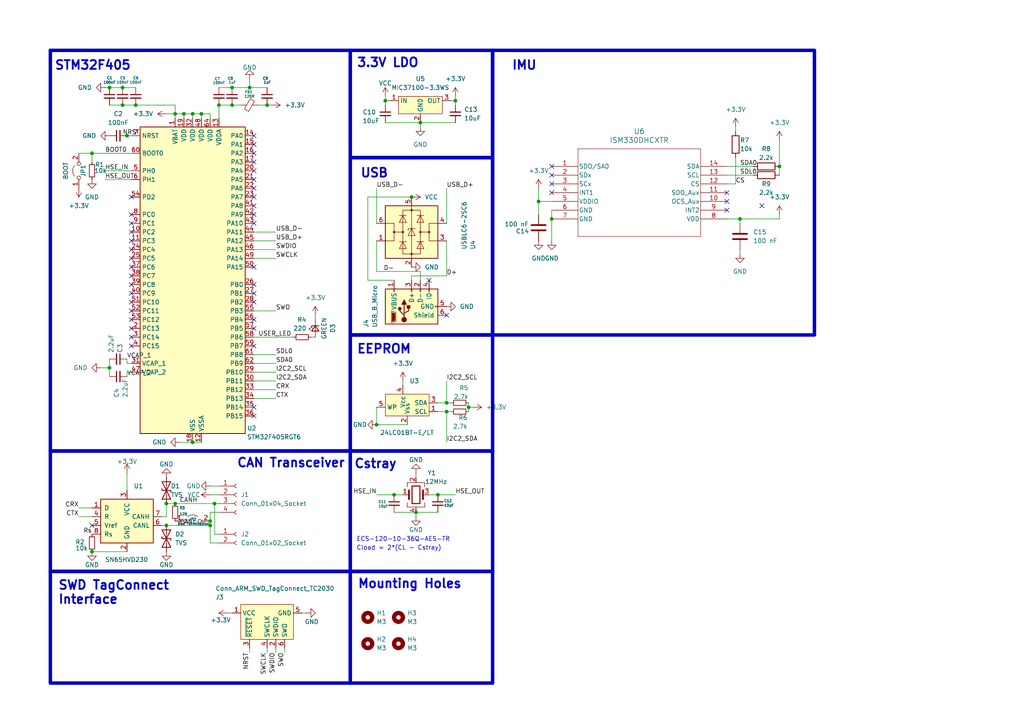
<source format=kicad_sch>
(kicad_sch (version 20250114) (generator "eeschema") (generator_version "9.0")
  (paper "A4")
  (lib_symbols
    (symbol "Connector:Conn_01x02_Socket" (pin_names (offset 1.016) (hide yes))
      (property "Reference" "J" (at 0 2.54 0))
      (property "Value" "Conn_01x02_Socket" (at 0 -5.08 0))
      (symbol "Conn_01x02_Socket_1_1"
        (pin passive line (at -5.08 0 0) (length 3.81) (name "Pin_1") (number "1"))
        (pin passive line (at -5.08 -2.54 0) (length 3.81) (name "Pin_2") (number "2"))
      )
    )
    (symbol "Connector:Conn_01x04_Socket" (pin_names (offset 1.016) (hide yes))
      (property "Reference" "J" (at 0 5.08 0))
      (property "Value" "Conn_01x04_Socket" (at 0 -7.62 0))
      (symbol "Conn_01x04_Socket_1_1"
        (pin passive line (at -5.08 2.54 0) (length 3.81) (name "Pin_1") (number "1"))
        (pin passive line (at -5.08 0 0) (length 3.81) (name "Pin_2") (number "2"))
        (pin passive line (at -5.08 -2.54 0) (length 3.81) (name "Pin_3") (number "3"))
        (pin passive line (at -5.08 -5.08 0) (length 3.81) (name "Pin_4") (number "4"))
      )
    )
    (symbol "Connector:Conn_ARM_SWD_TagConnect_TC2030" (in_bom no)
      (property "Reference" "J" (at 2.54 11.43 0))
      (property "Value" "Conn_ARM_SWD_TagConnect_TC2030" (at 5.08 8.89 0))
      (symbol "Conn_ARM_SWD_TagConnect_TC2030_0_0"
        (pin power_in line (at -2.54 10.16 270) (length 2.54) (name "VCC") (number "1"))
        (pin power_in line (at -2.54 -10.16 90) (length 2.54) (name "GND") (number "5"))
        (pin open_collector line (at 7.62 5.08 180) (length 2.54) (name "~{RESET}") (number "3"))
        (pin output line (at 7.62 0 180) (length 2.54) (name "SWCLK") (number "4"))
        (pin bidirectional line (at 7.62 -2.54 180) (length 2.54) (name "SWDIO") (number "2"))
        (pin input line (at 7.62 -5.08 180) (length 2.54) (name "SWO") (number "6"))
      )
    )
    (symbol "Connector:USB_B_Micro" (pin_names (offset 1.016))
      (property "Reference" "J" (at -5.08 11.43 0))
      (property "Value" "USB_B_Micro" (at -5.08 8.89 0))
      (symbol "USB_B_Micro_1_1"
        (pin passive line (at -2.54 -10.16 90) (length 2.54) (name "Shield") (number "6"))
        (pin power_out line (at 0 -10.16 90) (length 2.54) (name "GND") (number "5"))
        (pin power_out line (at 7.62 5.08 180) (length 2.54) (name "VBUS") (number "1"))
        (pin bidirectional line (at 7.62 0 180) (length 2.54) (name "D+") (number "3"))
        (pin bidirectional line (at 7.62 -2.54 180) (length 2.54) (name "D-") (number "2"))
        (pin passive line (at 7.62 -5.08 180) (length 2.54) (name "ID") (number "4"))
      )
    )
    (symbol "Device:C" (pin_numbers (hide yes)) (pin_names (offset 0.254))
      (property "Reference" "C" (at 0.635 2.54 0))
      (property "Value" "C" (at 0.635 -2.54 0))
      (symbol "C_1_1"
        (pin passive line (at 0 3.81 270) (length 2.794) (name "~") (number "1"))
        (pin passive line (at 0 -3.81 90) (length 2.794) (name "~") (number "2"))
      )
    )
    (symbol "Device:C_Small" (pin_numbers (hide yes)) (pin_names (offset 0.254) (hide yes))
      (property "Reference" "C" (at 0.254 1.778 0))
      (property "Value" "C_Small" (at 0.254 -2.032 0))
      (symbol "C_Small_1_1"
        (pin passive line (at 0 2.54 270) (length 2.032) (name "~") (number "1"))
        (pin passive line (at 0 -2.54 90) (length 2.032) (name "~") (number "2"))
      )
    )
    (symbol "Device:Crystal_GND24" (pin_names (offset 1.016) (hide yes))
      (property "Reference" "Y" (at 3.175 5.08 0))
      (property "Value" "Crystal_GND24" (at 3.175 3.175 0))
      (symbol "Crystal_GND24_1_1"
        (pin passive line (at -3.81 0 0) (length 1.27) (name "1") (number "1"))
        (pin passive line (at 0 5.08 270) (length 1.27) (name "2") (number "2"))
        (pin passive line (at 0 -5.08 90) (length 1.27) (name "4") (number "4"))
        (pin passive line (at 3.81 0 180) (length 1.27) (name "3") (number "3"))
      )
    )
    (symbol "Device:D_TVS" (pin_numbers (hide yes)) (pin_names (offset 1.016) (hide yes))
      (property "Reference" "D" (at 0 2.54 0))
      (property "Value" "D_TVS" (at 0 -2.54 0))
      (symbol "D_TVS_1_1"
        (pin passive line (at -3.81 0 0) (length 2.54) (name "A1") (number "1"))
        (pin passive line (at 3.81 0 180) (length 2.54) (name "A2") (number "2"))
      )
    )
    (symbol "Device:FerriteBead_Small" (pin_numbers (hide yes)) (pin_names (offset 0))
      (property "Reference" "FB" (at 1.905 1.27 0))
      (property "Value" "FerriteBead_Small" (at 1.905 -1.27 0))
      (symbol "FerriteBead_Small_1_1"
        (pin passive line (at 0 2.54 270) (length 1.27) (name "~") (number "1"))
        (pin passive line (at 0 -2.54 90) (length 1.27) (name "~") (number "2"))
      )
    )
    (symbol "Device:LED_Small" (pin_numbers (hide yes)) (pin_names (offset 0.254) (hide yes))
      (property "Reference" "D" (at -1.27 3.175 0))
      (property "Value" "LED_Small" (at -4.445 -2.54 0))
      (symbol "LED_Small_1_1"
        (pin passive line (at -2.54 0 0) (length 1.778) (name "K") (number "1"))
        (pin passive line (at 2.54 0 180) (length 1.778) (name "A") (number "2"))
      )
    )
    (symbol "Device:R" (pin_numbers (hide yes)) (pin_names (offset 0))
      (property "Reference" "R" (at 2.032 0 90))
      (property "Value" "R" (at 0 0 90))
      (symbol "R_1_1"
        (pin passive line (at 0 3.81 270) (length 1.27) (name "~") (number "1"))
        (pin passive line (at 0 -3.81 90) (length 1.27) (name "~") (number "2"))
      )
    )
    (symbol "Device:R_Small" (pin_numbers (hide yes)) (pin_names (offset 0.254) (hide yes))
      (property "Reference" "R" (at 0.762 0.508 0))
      (property "Value" "R_Small" (at 0.762 -1.016 0))
      (symbol "R_Small_1_1"
        (pin passive line (at 0 2.54 270) (length 0.762) (name "~") (number "1"))
        (pin passive line (at 0 -2.54 90) (length 0.762) (name "~") (number "2"))
      )
    )
    (symbol "Interface_CAN_LIN:SN65HVD230" (pin_names (offset 1.016))
      (property "Reference" "U" (at -2.54 10.16 0))
      (property "Value" "SN65HVD230" (at -2.54 7.62 0))
      (symbol "SN65HVD230_1_1"
        (pin input line (at -10.16 2.54 0) (length 2.54) (name "D") (number "1"))
        (pin output line (at -10.16 0 0) (length 2.54) (name "R") (number "4"))
        (pin output line (at -10.16 -2.54 0) (length 2.54) (name "Vref") (number "5"))
        (pin input line (at -10.16 -5.08 0) (length 2.54) (name "Rs") (number "8"))
        (pin power_in line (at 0 7.62 270) (length 2.54) (name "VCC") (number "3"))
        (pin power_in line (at 0 -10.16 90) (length 2.54) (name "GND") (number "2"))
        (pin bidirectional line (at 10.16 0 180) (length 2.54) (name "CANH") (number "7"))
        (pin bidirectional line (at 10.16 -2.54 180) (length 2.54) (name "CANL") (number "6"))
      )
    )
    (symbol "Jumper:Jumper_2_Open" (pin_names (offset 0) (hide yes))
      (property "Reference" "JP" (at 0 2.794 0))
      (property "Value" "Jumper_2_Open" (at 0 -2.286 0))
      (symbol "Jumper_2_Open_1_1"
        (pin passive line (at -5.08 0 0) (length 2.54) (name "A") (number "1"))
        (pin passive line (at 5.08 0 180) (length 2.54) (name "B") (number "2"))
      )
    )
    (symbol "Library:24LC01BT-x/LT"
      (property "Reference" "U" (at 5.08 1.27 0))
      (property "Value" "24LC01BT-x/LT" (at 10.16 -1.27 0))
      (symbol "24LC01BT-x/LT_1_1"
        (pin input line (at -8.89 -6.35 0) (length 2.54) (name "WP") (number "5"))
        (pin power_in line (at -1.27 0 270) (length 2.54) (name "Vcc") (number "4"))
        (pin power_in line (at 0 -11.43 90) (length 2.54) (name "Vss") (number "2"))
        (pin bidirectional line (at 8.89 -5.08 180) (length 2.54) (name "SDA") (number "3"))
        (pin input line (at 8.89 -7.62 180) (length 2.54) (name "SCL") (number "1"))
      )
    )
    (symbol "Library:MIC37100-3.3WS"
      (property "Reference" "U" (at 0 1.27 0))
      (property "Value" "MIC37100-3.3WS" (at 0 -1.27 0))
      (symbol "MIC37100-3.3WS_1_1"
        (pin power_in line (at -8.89 -3.81 0) (length 2.54) (name "IN") (number "1"))
        (pin power_in line (at 0 -10.16 90) (length 2.54) (name "GND") (number "2"))
        (pin power_out line (at 8.89 -3.81 180) (length 2.54) (name "OUT") (number "3"))
      )
    )
    (symbol "MCU_ST_STM32F4:STM32F405RGTx"
      (property "Reference" "U" (at -15.24 46.99 0))
      (property "Value" "STM32F405RGTx" (at 10.16 46.99 0))
      (symbol "STM32F405RGTx_1_1"
        (pin input line (at -17.78 43.18 0) (length 2.54) (name "NRST") (number "7"))
        (pin input line (at -17.78 38.1 0) (length 2.54) (name "BOOT0") (number "60"))
        (pin bidirectional line (at -17.78 33.02 0) (length 2.54) (name "PH0") (number "5"))
        (pin bidirectional line (at -17.78 30.48 0) (length 2.54) (name "PH1") (number "6"))
        (pin bidirectional line (at -17.78 25.4 0) (length 2.54) (name "PD2") (number "54"))
        (pin bidirectional line (at -17.78 20.32 0) (length 2.54) (name "PC0") (number "8"))
        (pin bidirectional line (at -17.78 17.78 0) (length 2.54) (name "PC1") (number "9"))
        (pin bidirectional line (at -17.78 15.24 0) (length 2.54) (name "PC2") (number "10"))
        (pin bidirectional line (at -17.78 12.7 0) (length 2.54) (name "PC3") (number "11"))
        (pin bidirectional line (at -17.78 10.16 0) (length 2.54) (name "PC4") (number "24"))
        (pin bidirectional line (at -17.78 7.62 0) (length 2.54) (name "PC5") (number "25"))
        (pin bidirectional line (at -17.78 5.08 0) (length 2.54) (name "PC6") (number "37"))
        (pin bidirectional line (at -17.78 2.54 0) (length 2.54) (name "PC7") (number "38"))
        (pin bidirectional line (at -17.78 0 0) (length 2.54) (name "PC8") (number "39"))
        (pin bidirectional line (at -17.78 -2.54 0) (length 2.54) (name "PC9") (number "40"))
        (pin bidirectional line (at -17.78 -5.08 0) (length 2.54) (name "PC10") (number "51"))
        (pin bidirectional line (at -17.78 -7.62 0) (length 2.54) (name "PC11") (number "52"))
        (pin bidirectional line (at -17.78 -10.16 0) (length 2.54) (name "PC12") (number "53"))
        (pin bidirectional line (at -17.78 -12.7 0) (length 2.54) (name "PC13") (number "2"))
        (pin bidirectional line (at -17.78 -15.24 0) (length 2.54) (name "PC14") (number "3"))
        (pin bidirectional line (at -17.78 -17.78 0) (length 2.54) (name "PC15") (number "4"))
        (pin power_out line (at -17.78 -22.86 0) (length 2.54) (name "VCAP_1") (number "31"))
        (pin power_out line (at -17.78 -25.4 0) (length 2.54) (name "VCAP_2") (number "47"))
        (pin power_in line (at -5.08 48.26 270) (length 2.54) (name "VBAT") (number "1"))
        (pin power_in line (at -2.54 48.26 270) (length 2.54) (name "VDD") (number "19"))
        (pin power_in line (at 0 48.26 270) (length 2.54) (name "VDD") (number "32"))
        (pin power_in line (at 0 -45.72 90) (length 2.54) (name "VSS") (number "18"))
        (pin passive line (at 0 -45.72 90) (length 2.54) (hide yes) (name "VSS") (number "63"))
        (pin power_in line (at 2.54 48.26 270) (length 2.54) (name "VDD") (number "48"))
        (pin power_in line (at 2.54 -45.72 90) (length 2.54) (name "VSSA") (number "12"))
        (pin power_in line (at 5.08 48.26 270) (length 2.54) (name "VDD") (number "64"))
        (pin power_in line (at 7.62 48.26 270) (length 2.54) (name "VDDA") (number "13"))
        (pin bidirectional line (at 17.78 43.18 180) (length 2.54) (name "PA0") (number "14"))
        (pin bidirectional line (at 17.78 40.64 180) (length 2.54) (name "PA1") (number "15"))
        (pin bidirectional line (at 17.78 38.1 180) (length 2.54) (name "PA2") (number "16"))
        (pin bidirectional line (at 17.78 35.56 180) (length 2.54) (name "PA3") (number "17"))
        (pin bidirectional line (at 17.78 33.02 180) (length 2.54) (name "PA4") (number "20"))
        (pin bidirectional line (at 17.78 30.48 180) (length 2.54) (name "PA5") (number "21"))
        (pin bidirectional line (at 17.78 27.94 180) (length 2.54) (name "PA6") (number "22"))
        (pin bidirectional line (at 17.78 25.4 180) (length 2.54) (name "PA7") (number "23"))
        (pin bidirectional line (at 17.78 22.86 180) (length 2.54) (name "PA8") (number "41"))
        (pin bidirectional line (at 17.78 20.32 180) (length 2.54) (name "PA9") (number "42"))
        (pin bidirectional line (at 17.78 17.78 180) (length 2.54) (name "PA10") (number "43"))
        (pin bidirectional line (at 17.78 15.24 180) (length 2.54) (name "PA11") (number "44"))
        (pin bidirectional line (at 17.78 12.7 180) (length 2.54) (name "PA12") (number "45"))
        (pin bidirectional line (at 17.78 10.16 180) (length 2.54) (name "PA13") (number "46"))
        (pin bidirectional line (at 17.78 7.62 180) (length 2.54) (name "PA14") (number "49"))
        (pin bidirectional line (at 17.78 5.08 180) (length 2.54) (name "PA15") (number "50"))
        (pin bidirectional line (at 17.78 0 180) (length 2.54) (name "PB0") (number "26"))
        (pin bidirectional line (at 17.78 -2.54 180) (length 2.54) (name "PB1") (number "27"))
        (pin bidirectional line (at 17.78 -5.08 180) (length 2.54) (name "PB2") (number "28"))
        (pin bidirectional line (at 17.78 -7.62 180) (length 2.54) (name "PB3") (number "55"))
        (pin bidirectional line (at 17.78 -10.16 180) (length 2.54) (name "PB4") (number "56"))
        (pin bidirectional line (at 17.78 -12.7 180) (length 2.54) (name "PB5") (number "57"))
        (pin bidirectional line (at 17.78 -15.24 180) (length 2.54) (name "PB6") (number "58"))
        (pin bidirectional line (at 17.78 -17.78 180) (length 2.54) (name "PB7") (number "59"))
        (pin bidirectional line (at 17.78 -20.32 180) (length 2.54) (name "PB8") (number "61"))
        (pin bidirectional line (at 17.78 -22.86 180) (length 2.54) (name "PB9") (number "62"))
        (pin bidirectional line (at 17.78 -25.4 180) (length 2.54) (name "PB10") (number "29"))
        (pin bidirectional line (at 17.78 -27.94 180) (length 2.54) (name "PB11") (number "30"))
        (pin bidirectional line (at 17.78 -30.48 180) (length 2.54) (name "PB12") (number "33"))
        (pin bidirectional line (at 17.78 -33.02 180) (length 2.54) (name "PB13") (number "34"))
        (pin bidirectional line (at 17.78 -35.56 180) (length 2.54) (name "PB14") (number "35"))
        (pin bidirectional line (at 17.78 -38.1 180) (length 2.54) (name "PB15") (number "36"))
      )
    )
    (symbol "Mechanical:MountingHole" (pin_names (offset 1.016))
      (property "Reference" "H" (at 0 5.08 0))
      (property "Value" "MountingHole" (at 0 3.175 0))
    )
    (symbol "Power_Protection:USBLC6-2SC6" (pin_names (hide yes))
      (property "Reference" "U" (at 2.54 8.89 0))
      (property "Value" "USBLC6-2SC6" (at 2.54 -8.89 0))
      (symbol "USBLC6-2SC6_1_1"
        (pin passive line (at -10.16 2.54 0) (length 2.54) (name "I/O1") (number "6"))
        (pin passive line (at -10.16 -2.54 0) (length 2.54) (name "I/O1") (number "1"))
        (pin passive line (at 0 10.16 270) (length 2.54) (name "VBUS") (number "5"))
        (pin passive line (at 0 -10.16 90) (length 2.54) (name "GND") (number "2"))
        (pin passive line (at 10.16 2.54 180) (length 2.54) (name "I/O2") (number "4"))
        (pin passive line (at 10.16 -2.54 180) (length 2.54) (name "I/O2") (number "3"))
      )
    )
    (symbol "ism330dhcx:ISM330DHCXTR" (pin_names (offset 0.254))
      (property "Reference" "U" (at 25.4 10.16 0))
      (property "Value" "ISM330DHCXTR" (at 25.4 7.62 0))
      (symbol "ISM330DHCXTR_0_1"
        (pin unspecified line (at 0 0 0) (length 7.62) (name "SDO/SA0") (number "1"))
        (pin unspecified line (at 0 -2.54 0) (length 7.62) (name "SDx") (number "2"))
        (pin unspecified line (at 0 -5.08 0) (length 7.62) (name "SCx") (number "3"))
        (pin input line (at 0 -7.62 0) (length 7.62) (name "INT1") (number "4"))
        (pin power_in line (at 0 -10.16 0) (length 7.62) (name "VDDIO") (number "5"))
        (pin power_out line (at 0 -12.7 0) (length 7.62) (name "GND") (number "6"))
        (pin power_out line (at 0 -15.24 0) (length 7.62) (name "GND") (number "7"))
        (pin unspecified line (at 50.8 0 180) (length 7.62) (name "SDA") (number "14"))
        (pin unspecified line (at 50.8 -2.54 180) (length 7.62) (name "SCL") (number "13"))
        (pin unspecified line (at 50.8 -5.08 180) (length 7.62) (name "CS") (number "12"))
        (pin unspecified line (at 50.8 -7.62 180) (length 7.62) (name "SDO_Aux") (number "11"))
        (pin unspecified line (at 50.8 -10.16 180) (length 7.62) (name "OCS_Aux") (number "10"))
        (pin input line (at 50.8 -12.7 180) (length 7.62) (name "INT2") (number "9"))
        (pin power_in line (at 50.8 -15.24 180) (length 7.62) (name "VDD") (number "8"))
      )
    )
    (symbol "power:+3.3V" (power) (pin_names (offset 0))
      (property "Value" "+3.3V" (at 0 3.556 0))
      (symbol "+3.3V_1_1"
        (pin power_in line (at 0 0 90) (length 0) (hide yes) (name "+3.3V") (number "1"))
      )
    )
    (symbol "power:GND" (power) (pin_numbers (hide yes)) (pin_names (offset 0) (hide yes))
      (property "Value" "GND" (at 0 -3.81 0))
      (symbol "GND_1_1"
        (pin power_in line (at 0 0 270) (length 0) (name "~") (number "1"))
      )
    )
    (symbol "power:VCC" (power) (pin_names (offset 0))
      (property "Value" "VCC" (at 0 3.81 0))
      (symbol "VCC_1_1"
        (pin power_in line (at 0 0 90) (length 0) (hide yes) (name "VCC") (number "1"))
      )
    )
  )
  (rectangle (start 14.605 130.81) (end 101.6 165.735) (stroke (width 1)))
  (rectangle (start 101.6 130.81) (end 142.875 165.735) (stroke (width 1)))
  (rectangle (start 101.6 165.735) (end 142.875 198.12) (stroke (width 1)))
  (rectangle (start 101.6 97.155) (end 142.875 130.81) (stroke (width 1)))
  (rectangle (start 14.605 14.605) (end 101.6 130.81) (stroke (width 1)))
  (rectangle (start 14.605 165.735) (end 101.6 198.12) (stroke (width 1)))
  (rectangle (start 101.6 14.605) (end 142.875 45.72) (stroke (width 1)))
  (rectangle (start 101.6 45.72) (end 142.875 97.155) (stroke (width 1)))
  (rectangle (start 142.875 14.605) (end 236.22 97.155) (stroke (width 1)))
  (text "EEPROM" (at 103.378 102.87 0) (effects (font (size 2.56 2.56) (thickness 0.512) (bold yes)) (justify left bottom)))
  (text "STM32F405" (at 15.748 20.574 0) (effects (font (size 2.56 2.56) (thickness 0.512) (bold yes)) (justify left bottom)))
  (text "Cload = 2*(CL - Cstray)" (at 103.378 159.766 0) (effects (font (size 1.27 1.27)) (justify left bottom)))
  (text "IMU" (at 148.336 20.574 0) (effects (font (size 2.56 2.56) (thickness 0.512) (bold yes)) (justify left bottom)))
  (text "Cstray" (at 102.616 136.144 0) (effects (font (size 2.56 2.56) (thickness 0.512) (bold yes)) (justify left bottom)))
  (text "SWD TagConnect\nInterface" (at 16.764 175.514 0) (effects (font (size 2.56 2.56) (thickness 0.512) (bold yes)) (justify left bottom)))
  (text "CAN Transceiver" (at 68.58 135.89 0) (effects (font (size 2.56 2.56) (thickness 0.512) (bold yes)) (justify left bottom)))
  (text "ECS-120-10-36Q-AES-TR" (at 103.378 157.226 0) (effects (font (size 1.27 1.27)) (justify left bottom)))
  (text "3.3V LDO" (at 103.378 19.812 0) (effects (font (size 2.56 2.56) (thickness 0.512) (bold yes)) (justify left bottom)))
  (text "USB" (at 104.394 51.816 0) (effects (font (size 2.56 2.56) (thickness 0.512) (bold yes)) (justify left bottom)))
  (text "Mounting Holes" (at 103.632 170.942 0) (effects (font (size 2.56 2.56) (thickness 0.512) (bold yes)) (justify left bottom)))
  (junction (at 132.08 29.21))
  (junction (at 127 143.51))
  (junction (at 67.31 25.4))
  (junction (at 26.67 44.45))
  (junction (at 120.65 148.59))
  (junction (at 60.96 152.4))
  (junction (at 35.56 25.4))
  (junction (at 26.67 160.02))
  (junction (at 35.56 30.48))
  (junction (at 31.75 25.4))
  (junction (at 111.76 29.21))
  (junction (at 50.8 146.05))
  (junction (at 160.02 63.5))
  (junction (at 214.63 63.5))
  (junction (at 121.92 35.56))
  (junction (at 39.37 30.48))
  (junction (at 55.88 128.27))
  (junction (at 63.5 30.48))
  (junction (at 60.96 151.13))
  (junction (at 55.88 33.02))
  (junction (at 36.83 39.37))
  (junction (at 114.3 143.51))
  (junction (at 129.54 119.38))
  (junction (at 72.39 25.4))
  (junction (at 48.26 152.4))
  (junction (at 31.75 106.68))
  (junction (at 58.42 33.02))
  (junction (at 67.31 30.48))
  (junction (at 53.34 33.02))
  (junction (at 156.21 58.42))
  (junction (at 129.54 116.84))
  (junction (at 77.47 30.48))
  (junction (at 119.38 57.15))
  (junction (at 62.23 146.05))
  (junction (at 50.8 33.02))
  (junction (at 109.22 123.19))
  (junction (at 135.89 118.11))
  (junction (at 226.06 48.26))
  (junction (at 48.26 146.05))
  (no_connect (at 38.1 69.85))
  (no_connect (at 38.1 77.47))
  (no_connect (at 73.66 95.25))
  (no_connect (at 73.66 54.61))
  (no_connect (at 210.82 55.88))
  (no_connect (at 38.1 87.63))
  (no_connect (at 38.1 85.09))
  (no_connect (at 73.66 44.45))
  (no_connect (at 160.02 53.34))
  (no_connect (at 38.1 62.23))
  (no_connect (at 73.66 52.07))
  (no_connect (at 124.46 81.28))
  (no_connect (at 38.1 97.79))
  (no_connect (at 38.1 72.39))
  (no_connect (at 73.66 57.15))
  (no_connect (at 73.66 46.99))
  (no_connect (at 73.66 85.09))
  (no_connect (at 220.98 59.69))
  (no_connect (at 210.82 60.96))
  (no_connect (at 38.1 64.77))
  (no_connect (at 73.66 64.77))
  (no_connect (at 73.66 92.71))
  (no_connect (at 38.1 80.01))
  (no_connect (at 38.1 90.17))
  (no_connect (at 38.1 74.93))
  (no_connect (at 38.1 82.55))
  (no_connect (at 73.66 62.23))
  (no_connect (at 38.1 67.31))
  (no_connect (at 160.02 48.26))
  (no_connect (at 38.1 95.25))
  (no_connect (at 73.66 59.69))
  (no_connect (at 210.82 58.42))
  (no_connect (at 73.66 49.53))
  (no_connect (at 160.02 55.88))
  (no_connect (at 38.1 92.71))
  (no_connect (at 160.02 50.8))
  (no_connect (at 73.66 118.11))
  (no_connect (at 73.66 82.55))
  (no_connect (at 73.66 39.37))
  (no_connect (at 73.66 120.65))
  (no_connect (at 129.54 91.44))
  (no_connect (at 73.66 41.91))
  (no_connect (at 38.1 57.15))
  (no_connect (at 73.66 100.33))
  (no_connect (at 73.66 77.47))
  (no_connect (at 38.1 100.33))
  (no_connect (at 73.66 87.63))
  (no_connect (at 26.67 152.4))
  (wire (pts (xy 55.88 33.02) (xy 53.34 33.02)))
  (wire (pts (xy 31.75 106.68) (xy 31.75 109.22)))
  (wire (pts (xy 160.02 63.5) (xy 160.02 69.85)))
  (wire (pts (xy 210.82 53.34) (xy 213.36 53.34)))
  (wire (pts (xy 74.93 30.48) (xy 77.47 30.48)))
  (wire (pts (xy 67.31 25.4) (xy 72.39 25.4)))
  (wire (pts (xy 129.54 119.38) (xy 130.81 119.38)))
  (wire (pts (xy 63.5 30.48) (xy 63.5 34.29)))
  (wire (pts (xy 31.75 104.14) (xy 31.75 106.68)))
  (wire (pts (xy 36.83 105.41) (xy 38.1 105.41)))
  (wire (pts (xy 119.38 81.28) (xy 119.38 80.01)))
  (wire (pts (xy 213.36 36.83) (xy 213.36 38.1)))
  (wire (pts (xy 129.54 110.49) (xy 129.54 116.84)))
  (wire (pts (xy 80.01 105.41) (xy 73.66 105.41)))
  (wire (pts (xy 129.54 80.01) (xy 129.54 69.85)))
  (wire (pts (xy 73.66 69.85) (xy 80.01 69.85)))
  (wire (pts (xy 129.54 116.84) (xy 127 116.84)))
  (wire (pts (xy 111.76 35.56) (xy 121.92 35.56)))
  (wire (pts (xy 55.88 34.29) (xy 55.88 33.02)))
  (wire (pts (xy 62.23 154.94) (xy 63.5 154.94)))
  (wire (pts (xy 129.54 119.38) (xy 127 119.38)))
  (wire (pts (xy 30.48 49.53) (xy 38.1 49.53)))
  (wire (pts (xy 22.86 149.86) (xy 26.67 149.86)))
  (wire (pts (xy 60.96 33.02) (xy 58.42 33.02)))
  (wire (pts (xy 80.01 189.23) (xy 80.01 187.96)))
  (wire (pts (xy 60.96 157.48) (xy 63.5 157.48)))
  (wire (pts (xy 114.3 148.59) (xy 120.65 148.59)))
  (wire (pts (xy 55.88 33.02) (xy 58.42 33.02)))
  (wire (pts (xy 35.56 25.4) (xy 39.37 25.4)))
  (wire (pts (xy 60.96 140.97) (xy 63.5 140.97)))
  (wire (pts (xy 48.26 152.4) (xy 60.96 152.4)))
  (wire (pts (xy 63.5 25.4) (xy 67.31 25.4)))
  (wire (pts (xy 114.3 143.51) (xy 116.84 143.51)))
  (wire (pts (xy 109.22 78.74) (xy 109.22 69.85)))
  (wire (pts (xy 121.92 36.83) (xy 121.92 35.56)))
  (wire (pts (xy 73.66 67.31) (xy 80.01 67.31)))
  (wire (pts (xy 135.89 116.84) (xy 135.89 118.11)))
  (wire (pts (xy 36.83 39.37) (xy 38.1 39.37)))
  (wire (pts (xy 62.23 146.05) (xy 62.23 154.94)))
  (wire (pts (xy 26.67 46.99) (xy 26.67 44.45)))
  (wire (pts (xy 60.96 152.4) (xy 60.96 157.48)))
  (wire (pts (xy 111.76 29.21) (xy 113.03 29.21)))
  (wire (pts (xy 73.66 97.79) (xy 85.09 97.79)))
  (wire (pts (xy 135.89 118.11) (xy 137.16 118.11)))
  (wire (pts (xy 106.68 81.28) (xy 106.68 57.15)))
  (wire (pts (xy 35.56 39.37) (xy 36.83 39.37)))
  (wire (pts (xy 72.39 25.4) (xy 77.47 25.4)))
  (wire (pts (xy 60.96 151.13) (xy 60.96 148.59)))
  (wire (pts (xy 60.96 151.13) (xy 60.96 152.4)))
  (wire (pts (xy 48.26 33.02) (xy 50.8 33.02)))
  (wire (pts (xy 62.23 146.05) (xy 63.5 146.05)))
  (wire (pts (xy 119.38 80.01) (xy 129.54 80.01)))
  (wire (pts (xy 39.37 30.48) (xy 50.8 30.48)))
  (wire (pts (xy 226.06 48.26) (xy 226.06 50.8)))
  (wire (pts (xy 120.65 137.16) (xy 120.65 138.43)))
  (wire (pts (xy 31.75 25.4) (xy 35.56 25.4)))
  (wire (pts (xy 127 143.51) (xy 132.08 143.51)))
  (wire (pts (xy 36.83 104.14) (xy 36.83 105.41)))
  (wire (pts (xy 116.84 110.49) (xy 116.84 111.76)))
  (wire (pts (xy 80.01 102.87) (xy 73.66 102.87)))
  (wire (pts (xy 109.22 118.11) (xy 109.22 123.19)))
  (wire (pts (xy 50.8 33.02) (xy 53.34 33.02)))
  (wire (pts (xy 114.3 81.28) (xy 106.68 81.28)))
  (wire (pts (xy 109.22 54.61) (xy 109.22 64.77)))
  (wire (pts (xy 48.26 149.86) (xy 48.26 146.05)))
  (wire (pts (xy 132.08 29.21) (xy 132.08 30.48)))
  (wire (pts (xy 50.8 146.05) (xy 62.23 146.05)))
  (wire (pts (xy 91.44 91.44) (xy 91.44 92.71)))
  (wire (pts (xy 63.5 30.48) (xy 67.31 30.48)))
  (wire (pts (xy 156.21 54.61) (xy 156.21 58.42)))
  (wire (pts (xy 36.83 137.16) (xy 36.83 142.24)))
  (wire (pts (xy 82.55 189.23) (xy 82.55 187.96)))
  (wire (pts (xy 73.66 107.95) (xy 80.01 107.95)))
  (wire (pts (xy 109.22 78.74) (xy 121.92 78.74)))
  (wire (pts (xy 214.63 72.39) (xy 214.63 73.66)))
  (wire (pts (xy 46.99 149.86) (xy 48.26 149.86)))
  (wire (pts (xy 132.08 27.94) (xy 132.08 29.21)))
  (wire (pts (xy 214.63 63.5) (xy 210.82 63.5)))
  (wire (pts (xy 67.31 30.48) (xy 69.85 30.48)))
  (wire (pts (xy 31.75 30.48) (xy 35.56 30.48)))
  (wire (pts (xy 91.44 97.79) (xy 90.17 97.79)))
  (wire (pts (xy 127 143.51) (xy 124.46 143.51)))
  (wire (pts (xy 210.82 48.26) (xy 218.44 48.26)))
  (wire (pts (xy 36.83 109.22) (xy 36.83 107.95)))
  (wire (pts (xy 87.63 177.8) (xy 88.9 177.8)))
  (wire (pts (xy 73.66 115.57) (xy 80.01 115.57)))
  (wire (pts (xy 130.81 29.21) (xy 132.08 29.21)))
  (wire (pts (xy 73.66 90.17) (xy 80.01 90.17)))
  (wire (pts (xy 129.54 128.27) (xy 129.54 119.38)))
  (wire (pts (xy 53.34 33.02) (xy 53.34 34.29)))
  (wire (pts (xy 73.66 110.49) (xy 80.01 110.49)))
  (wire (pts (xy 60.96 148.59) (xy 63.5 148.59)))
  (wire (pts (xy 50.8 30.48) (xy 50.8 33.02)))
  (wire (pts (xy 213.36 45.72) (xy 213.36 53.34)))
  (wire (pts (xy 226.06 40.64) (xy 226.06 48.26)))
  (wire (pts (xy 156.21 58.42) (xy 156.21 62.23)))
  (wire (pts (xy 22.86 147.32) (xy 26.67 147.32)))
  (wire (pts (xy 50.8 34.29) (xy 50.8 33.02)))
  (wire (pts (xy 210.82 50.8) (xy 218.44 50.8)))
  (wire (pts (xy 135.89 118.11) (xy 135.89 119.38)))
  (wire (pts (xy 160.02 60.96) (xy 160.02 63.5)))
  (wire (pts (xy 66.04 177.8) (xy 67.31 177.8)))
  (wire (pts (xy 48.26 146.05) (xy 50.8 146.05)))
  (wire (pts (xy 72.39 22.86) (xy 72.39 25.4)))
  (wire (pts (xy 129.54 54.61) (xy 129.54 64.77)))
  (wire (pts (xy 120.65 148.59) (xy 127 148.59)))
  (wire (pts (xy 26.67 44.45) (xy 38.1 44.45)))
  (wire (pts (xy 55.88 128.27) (xy 58.42 128.27)))
  (wire (pts (xy 35.56 30.48) (xy 39.37 30.48)))
  (wire (pts (xy 73.66 74.93) (xy 80.01 74.93)))
  (wire (pts (xy 226.06 62.23) (xy 226.06 63.5)))
  (wire (pts (xy 46.99 152.4) (xy 48.26 152.4)))
  (wire (pts (xy 109.22 123.19) (xy 118.11 123.19)))
  (wire (pts (xy 106.68 57.15) (xy 119.38 57.15)))
  (wire (pts (xy 60.96 143.51) (xy 63.5 143.51)))
  (wire (pts (xy 29.21 106.68) (xy 31.75 106.68)))
  (wire (pts (xy 121.92 35.56) (xy 132.08 35.56)))
  (wire (pts (xy 73.66 72.39) (xy 80.01 72.39)))
  (wire (pts (xy 121.92 78.74) (xy 121.92 81.28)))
  (wire (pts (xy 30.48 25.4) (xy 31.75 25.4)))
  (wire (pts (xy 111.76 30.48) (xy 111.76 29.21)))
  (wire (pts (xy 72.39 189.23) (xy 72.39 187.96)))
  (wire (pts (xy 160.02 58.42) (xy 156.21 58.42)))
  (wire (pts (xy 30.48 52.07) (xy 38.1 52.07)))
  (wire (pts (xy 60.96 34.29) (xy 60.96 33.02)))
  (wire (pts (xy 214.63 63.5) (xy 226.06 63.5)))
  (wire (pts (xy 52.07 128.27) (xy 55.88 128.27)))
  (wire (pts (xy 58.42 34.29) (xy 58.42 33.02)))
  (wire (pts (xy 129.54 116.84) (xy 130.81 116.84)))
  (wire (pts (xy 26.67 160.02) (xy 36.83 160.02)))
  (wire (pts (xy 111.76 27.94) (xy 111.76 29.21)))
  (wire (pts (xy 80.01 113.03) (xy 73.66 113.03)))
  (wire (pts (xy 120.65 148.59) (xy 120.65 149.86)))
  (wire (pts (xy 109.22 143.51) (xy 114.3 143.51)))
  (wire (pts (xy 77.47 30.48) (xy 78.74 30.48)))
  (wire (pts (xy 36.83 107.95) (xy 38.1 107.95)))
  (wire (pts (xy 22.86 44.45) (xy 26.67 44.45)))
  (wire (pts (xy 77.47 189.23) (xy 77.47 187.96)))
  (wire (pts (xy 214.63 64.77) (xy 214.63 63.5)))
  (label "HSE_OUT" (at 132.08 143.51 0))
  (label "USER_LED" (at 74.93 97.79 0))
  (label "NRST" (at 35.56 39.37 0))
  (label "USB_D+" (at 80.01 69.85 0))
  (label "I2C2_SCL" (at 129.54 110.49 0))
  (label "CRX" (at 80.01 113.03 0))
  (label "D+" (at 129.54 80.01 0))
  (label "D-" (at 114.3 78.74 180))
  (label "SWDIO" (at 80.01 189.23 270))
  (label "SWO" (at 80.01 90.17 0))
  (label "HSE_OUT" (at 30.48 52.07 0))
  (label "CS" (at 213.36 53.34 0))
  (label "BOOT0" (at 30.48 44.45 0))
  (label "Rs" (at 26.67 154.94 180))
  (label "CTX" (at 22.86 149.86 180))
  (label "CANL" (at 52.07 152.4 0))
  (label "SDA0" (at 214.63 48.26 0))
  (label "SDL0" (at 80.01 102.87 0))
  (label "SWDIO" (at 80.01 72.39 0))
  (label "SWCLK" (at 80.01 74.93 0))
  (label "USB_D-" (at 80.01 67.31 0))
  (label "NRST" (at 72.39 189.23 270))
  (label "VCAP_1" (at 36.83 104.14 0))
  (label "USB_D-" (at 109.22 54.61 0))
  (label "SWCLK" (at 77.47 189.23 270))
  (label "HSE_IN" (at 30.48 49.53 0))
  (label "SWO" (at 82.55 189.23 270))
  (label "USB_D+" (at 129.54 54.61 0))
  (label "CTX" (at 80.01 115.57 0))
  (label "CRX" (at 22.86 147.32 180))
  (label "SDA0" (at 80.01 105.41 0))
  (label "VCAP_2" (at 36.83 109.22 0))
  (label "HSE_IN" (at 109.22 143.51 180))
  (label "I2C2_SCL" (at 80.01 107.95 0))
  (label "I2C2_SDA" (at 129.54 128.27 0))
  (label "I2C2_SDA" (at 80.01 110.49 0))
  (label "SDL0" (at 214.63 50.8 0))
  (label "CANH" (at 52.07 146.05 0))
  (symbol (lib_id "power:GND") (at 26.67 160.02 0) (unit 1)
    (property "Reference" "#PWR03" (effects (hide yes)))
    (property "Value" "GND" (at 26.67 163.83 0))
    (property "Description" "Power symbol creates a global label with name \"GND\" , ground" (effects (hide yes)))
  )
  (symbol (lib_id "Device:C_Small") (at 114.3 146.05 0) (unit 1)
    (property "Reference" "C11" (at 109.728 145.542 0) (effects (font (size 0.75 0.75)) (justify left)))
    (property "Value" "10pF" (at 109.728 146.812 0) (effects (font (size 0.75 0.75)) (justify left)))
    (property "Footprint" "Capacitor_SMD:C_0402_1005Metric" (effects (hide yes)))
  )
  (symbol (lib_id "power:GND") (at 214.63 73.66 0) (mirror y) (unit 1)
    (property "Reference" "#PWR034" (effects (hide yes)))
    (property "Value" "GND" (at 214.63 78.74 0))
    (property "Description" "Power symbol creates a global label with name \"GND\" , ground" (effects (hide yes)))
  )
  (symbol (lib_id "power:+3.3V") (at 137.16 118.11 270) (unit 1)
    (property "Reference" "#PWR029" (effects (hide yes)))
    (property "Value" "+3.3V" (at 140.97 118.1099 90) (effects (justify left)))
  )
  (symbol (lib_id "power:+3.3V") (at 78.74 30.48 270) (unit 1)
    (property "Reference" "#PWR016" (effects (hide yes)))
    (property "Value" "+3.3V" (at 82.55 30.4799 90) (effects (justify left)))
  )
  (symbol (lib_id "power:+3.3V") (at 48.26 33.02 90) (unit 1)
    (property "Reference" "#PWR08" (effects (hide yes)))
    (property "Value" "+3.3V" (at 44.45 33.0199 90) (effects (justify left)))
  )
  (symbol (lib_id "Device:C_Small") (at 111.76 33.02 0) (unit 1)
    (property "Reference" "C10" (at 105.156 32.512 0) (effects (justify left)))
    (property "Value" "10uF" (at 105.156 35.052 0) (effects (justify left)))
    (property "Footprint" "Capacitor_SMD:C_0805_2012Metric" (effects (hide yes)))
  )
  (symbol (lib_id "power:GND") (at 48.26 138.43 180) (unit 1)
    (property "Reference" "#PWR09" (effects (hide yes)))
    (property "Value" "GND" (at 48.26 134.62 0))
    (property "Description" "Power symbol creates a global label with name \"GND\" , ground" (effects (hide yes)))
  )
  (symbol (lib_id "Device:C") (at 156.21 66.04 0) (mirror x) (unit 1)
    (property "Reference" "C14" (at 149.606 67.056 0) (effects (justify left)))
    (property "Value" "100 nF" (at 146.304 65.024 0) (effects (justify left)))
    (property "Footprint" "Capacitor_SMD:C_0402_1005Metric" (effects (hide yes)))
  )
  (symbol (lib_id "power:GND") (at 119.38 77.47 90) (unit 1)
    (property "Reference" "#PWR023" (effects (hide yes)))
    (property "Value" "GND" (at 123.19 77.4699 90) (effects (justify right)))
    (property "Description" "Power symbol creates a global label with name \"GND\" , ground" (effects (hide yes)))
  )
  (symbol (lib_id "MCU_ST_STM32F4:STM32F405RGTx") (at 55.88 82.55 0) (unit 1)
    (property "Reference" "U2" (at 71.628 124.206 0) (effects (justify left)))
    (property "Value" "STM32F405RGT6" (at 71.628 126.746 0) (effects (justify left)))
    (property "Footprint" "Package_SO:SOIC-8_3.9x4.9mm_P1.27mm" (effects (hide yes)))
    (property "Datasheet" "https://www.st.com/resource/en/datasheet/stm32f405rg.pdf" (effects (hide yes)))
  )
  (symbol (lib_id "power:+3.3V") (at 213.36 36.83 0) (unit 1)
    (property "Reference" "#PWR033" (effects (hide yes)))
    (property "Value" "+3.3V" (at 213.36 31.75 0))
  )
  (symbol (lib_id "Device:C") (at 214.63 68.58 0) (unit 1)
    (property "Reference" "C15" (at 218.44 67.31 0) (effects (justify left)))
    (property "Value" "100 nF" (at 218.44 69.85 0) (effects (justify left)))
    (property "Footprint" "Capacitor_SMD:C_0402_1005Metric" (effects (hide yes)))
  )
  (symbol (lib_id "power:GND") (at 30.48 25.4 270) (unit 1)
    (property "Reference" "#PWR05" (effects (hide yes)))
    (property "Value" "GND" (at 26.67 25.3999 90) (effects (justify right)))
    (property "Description" "Power symbol creates a global label with name \"GND\" , ground" (effects (hide yes)))
  )
  (symbol (lib_id "Mechanical:MountingHole") (at 106.68 186.69 0) (unit 1)
    (property "Reference" "H2" (at 109.22 185.42 0) (effects (justify left)))
    (property "Value" "M3" (at 109.22 187.96 0) (effects (justify left)))
    (property "Footprint" "MountingHole:MountingHole_3.2mm_M3" (effects (hide yes)))
  )
  (symbol (lib_id "Jumper:Jumper_2_Open") (at 55.88 151.13 0) (unit 1)
    (property "Reference" "JP2" (at 55.88 150.622 0) (effects (font (size 0.75 0.75))))
    (property "Value" "Bus Termination" (at 56.134 151.892 0) (effects (font (size 0.75 0.75))))
    (property "Footprint" "Connector_PinHeader_2.54mm:PinHeader_1x02_P2.54mm_Vertical" (effects (hide yes)))
  )
  (symbol (lib_id "Device:C_Small") (at 67.31 27.94 0) (unit 1)
    (property "Reference" "C8" (at 66.04 22.7393 0) (effects (font (size 0.75 0.75)) (justify left)))
    (property "Value" "1uF" (at 66.294 23.876 0) (effects (font (size 0.75 0.75)) (justify left)))
    (property "Footprint" "Capacitor_SMD:C_0603_1608Metric" (effects (hide yes)))
  )
  (symbol (lib_id "Device:R_Small") (at 50.8 148.59 0) (unit 1)
    (property "Reference" "R3" (at 52.07 147.32 0) (effects (font (size 0.75 0.75)) (justify left)))
    (property "Value" "120" (at 52.07 149.098 0) (effects (font (size 0.75 0.75)) (justify left)))
    (property "Footprint" "Resistor_SMD:R_0603_1608Metric" (effects (hide yes)))
  )
  (symbol (lib_id "Connector:Conn_ARM_SWD_TagConnect_TC2030") (at 77.47 180.34 90) (mirror x) (unit 1) (in_bom no)
    (property "Reference" "J3" (at 62.484 173.228 90) (effects (justify right)))
    (property "Value" "Conn_ARM_SWD_TagConnect_TC2030" (at 62.484 170.688 90) (effects (justify right)))
    (property "Footprint" "Connector:Tag-Connect_TC2030-IDC-NL_2x03_P1.27mm_Vertical" (effects (hide yes)))
    (property "Datasheet" "https://www.tag-connect.com/wp-content/uploads/bsk-pdf-manager/TC2030-CTX_1.pdf" (effects (hide yes)))
  )
  (symbol (lib_id "power:+3.3V") (at 226.06 62.23 0) (unit 1)
    (property "Reference" "#PWR036" (effects (hide yes)))
    (property "Value" "+3.3V" (at 226.06 57.15 0))
  )
  (symbol (lib_id "power:GND") (at 60.96 140.97 270) (unit 1)
    (property "Reference" "#PWR012" (effects (hide yes)))
    (property "Value" "GND" (at 58.166 140.97 90) (effects (justify right)))
    (property "Description" "Power symbol creates a global label with name \"GND\" , ground" (effects (hide yes)))
  )
  (symbol (lib_id "power:+3.3V") (at 36.83 137.16 0) (unit 1)
    (property "Reference" "#PWR07" (effects (hide yes)))
    (property "Value" "+3.3V" (at 36.83 133.858 0))
  )
  (symbol (lib_id "power:+3.3V") (at 22.86 54.61 180) (unit 1)
    (property "Reference" "#PWR01" (effects (hide yes)))
    (property "Value" "+3.3V" (at 22.86 59.69 0))
  )
  (symbol (lib_id "Device:C_Small") (at 132.08 33.02 0) (unit 1)
    (property "Reference" "C13" (at 134.62 31.7562 0) (effects (justify left)))
    (property "Value" "10uF" (at 134.62 34.2962 0) (effects (justify left)))
    (property "Footprint" "Capacitor_SMD:C_0805_2012Metric" (effects (hide yes)))
  )
  (symbol (lib_id "Library:MIC37100-3.3WS") (at 121.92 25.4 0) (unit 1)
    (property "Reference" "U5" (at 121.92 22.86 0))
    (property "Value" "MIC37100-3.3WS" (at 121.92 25.4 0))
    (property "Footprint" "Library:SC-70-5" (effects (hide yes)))
  )
  (symbol (lib_id "Device:C_Small") (at 31.75 27.94 0) (unit 1)
    (property "Reference" "C1" (at 30.988 22.606 0) (effects (font (size 0.75 0.75)) (justify left)))
    (property "Value" "100nF" (at 29.972 23.876 0) (effects (font (size 0.75 0.75)) (justify left)))
    (property "Footprint" "Capacitor_SMD:C_0402_1005Metric" (effects (hide yes)))
  )
  (symbol (lib_id "power:+3.3V") (at 132.08 27.94 0) (unit 1)
    (property "Reference" "#PWR028" (effects (hide yes)))
    (property "Value" "+3.3V" (at 132.08 22.86 0))
  )
  (symbol (lib_id "Device:C_Small") (at 39.37 27.94 0) (unit 1)
    (property "Reference" "C6" (at 38.608 22.606 0) (effects (font (size 0.75 0.75)) (justify left)))
    (property "Value" "100nF" (at 37.592 23.876 0) (effects (font (size 0.75 0.75)) (justify left)))
    (property "Footprint" "Capacitor_SMD:C_0402_1005Metric" (effects (hide yes)))
  )
  (symbol (lib_id "Device:R_Small") (at 26.67 157.48 0) (unit 1)
    (property "Reference" "R2" (at 21.844 157.226 0) (effects (justify left)))
    (property "Value" "10k" (at 21.844 159.004 0) (effects (justify left)))
    (property "Footprint" "Resistor_SMD:R_0805_2012Metric" (effects (hide yes)))
  )
  (symbol (lib_id "Power_Protection:USBLC6-2SC6") (at 119.38 67.31 0) (unit 1)
    (property "Reference" "U4" (at 137.16 72.39 90) (effects (justify left)))
    (property "Value" "USBLC6-2SC6" (at 134.62 72.39 90) (effects (justify left)))
    (property "Footprint" "Package_TO_SOT_SMD:SOT-23-6" (effects (hide yes)))
    (property "Datasheet" "https://www.st.com/resource/en/datasheet/usblc6-2.pdf" (effects (hide yes)))
  )
  (symbol (lib_id "Device:C_Small") (at 35.56 27.94 0) (unit 1)
    (property "Reference" "C5" (at 34.798 22.606 0) (effects (font (size 0.75 0.75)) (justify left)))
    (property "Value" "100nF" (at 33.782 23.876 0) (effects (font (size 0.75 0.75)) (justify left)))
    (property "Footprint" "Capacitor_SMD:C_0402_1005Metric" (effects (hide yes)))
  )
  (symbol (lib_id "Device:R_Small") (at 87.63 97.79 270) (unit 1)
    (property "Reference" "R4" (at 88.9 92.71 90) (effects (justify right)))
    (property "Value" "220" (at 88.9 95.25 90) (effects (justify right)))
    (property "Footprint" "Resistor_SMD:R_0805_2012Metric" (effects (hide yes)))
  )
  (symbol (lib_id "Device:R_Small") (at 133.35 119.38 90) (unit 1)
    (property "Reference" "R6" (at 135.636 121.158 90) (effects (justify left)))
    (property "Value" "2.7k" (at 135.636 123.698 90) (effects (justify left)))
    (property "Footprint" "Resistor_SMD:R_0603_1608Metric" (effects (hide yes)))
  )
  (symbol (lib_id "Device:D_TVS") (at 48.26 156.21 90) (unit 1)
    (property "Reference" "D2" (at 50.8 154.94 90) (effects (justify right)))
    (property "Value" "TVS" (at 50.8 157.48 90) (effects (justify right)))
    (property "Footprint" "Library:SOD-123FL" (effects (hide yes)))
  )
  (symbol (lib_id "Device:R") (at 222.25 48.26 90) (unit 1)
    (property "Reference" "R8" (at 222.25 43.18 90))
    (property "Value" "2.2k" (at 222.25 45.72 90))
    (property "Footprint" "Resistor_SMD:R_0603_1608Metric" (effects (hide yes)))
  )
  (symbol (lib_id "power:GND") (at 121.92 36.83 0) (unit 1)
    (property "Reference" "#PWR026" (effects (hide yes)))
    (property "Value" "GND" (at 121.92 41.91 0))
    (property "Description" "Power symbol creates a global label with name \"GND\" , ground" (effects (hide yes)))
  )
  (symbol (lib_id "Mechanical:MountingHole") (at 106.68 179.07 0) (unit 1)
    (property "Reference" "H1" (at 109.22 177.8 0) (effects (justify left)))
    (property "Value" "M3" (at 109.22 180.34 0) (effects (justify left)))
    (property "Footprint" "MountingHole:MountingHole_3.2mm_M3" (effects (hide yes)))
  )
  (symbol (lib_id "power:GND") (at 160.02 69.85 0) (unit 1)
    (property "Reference" "#PWR032" (effects (hide yes)))
    (property "Value" "GND" (at 160.02 74.93 0))
    (property "Description" "Power symbol creates a global label with name \"GND\" , ground" (effects (hide yes)))
  )
  (symbol (lib_id "Device:R") (at 213.36 41.91 0) (unit 1)
    (property "Reference" "R7" (at 214.63 40.64 0) (effects (justify left)))
    (property "Value" "10k" (at 214.63 43.18 0) (effects (justify left)))
    (property "Footprint" "Resistor_SMD:R_0805_2012Metric" (effects (hide yes)))
  )
  (symbol (lib_id "power:GND") (at 88.9 177.8 90) (unit 1)
    (property "Reference" "#PWR017" (effects (hide yes)))
    (property "Value" "GND" (at 90.424 180.34 90))
  )
  (symbol (lib_id "power:VCC") (at 119.38 57.15 270) (unit 1)
    (property "Reference" "#PWR022" (effects (hide yes)))
    (property "Value" "VCC" (at 123.19 57.1499 90) (effects (justify left)))
  )
  (symbol (lib_id "Device:C_Small") (at 34.29 39.37 90) (unit 1)
    (property "Reference" "C2" (at 34.2963 33.02 90))
    (property "Value" "100nF" (at 34.2963 35.56 90))
    (property "Footprint" "Capacitor_SMD:C_0402_1005Metric" (effects (hide yes)))
  )
  (symbol (lib_id "power:GND") (at 129.54 88.9 90) (unit 1)
    (property "Reference" "#PWR027" (effects (hide yes)))
    (property "Value" "GND" (at 133.35 88.8999 90) (effects (justify right)))
    (property "Description" "Power symbol creates a global label with name \"GND\" , ground" (effects (hide yes)))
  )
  (symbol (lib_id "power:+3.3V") (at 91.44 91.44 0) (unit 1)
    (property "Reference" "#PWR018" (effects (hide yes)))
    (property "Value" "+3.3V" (at 91.44 86.36 0))
  )
  (symbol (lib_id "Connector:Conn_01x02_Socket") (at 68.58 154.94 0) (unit 1)
    (property "Reference" "J2" (at 69.85 154.9399 0) (effects (justify left)))
    (property "Value" "Conn_01x02_Socket" (at 69.85 157.4799 0) (effects (justify left)))
    (property "Description" "Generic connector, single row, 01x02, script generated" (effects (hide yes)))
  )
  (symbol (lib_id "Jumper:Jumper_2_Open") (at 22.86 49.53 90) (unit 1)
    (property "Reference" "JP1" (at 24.13 49.53 0))
    (property "Value" "BOOT" (at 19.05 49.53 0))
    (property "Footprint" "Connector_PinHeader_2.54mm:PinHeader_1x02_P2.54mm_Vertical" (effects (hide yes)))
  )
  (symbol (lib_id "power:GND") (at 156.21 69.85 0) (unit 1)
    (property "Reference" "#PWR031" (effects (hide yes)))
    (property "Value" "GND" (at 156.21 74.93 0))
    (property "Description" "Power symbol creates a global label with name \"GND\" , ground" (effects (hide yes)))
  )
  (symbol (lib_id "Device:D_TVS") (at 48.26 142.24 90) (unit 1)
    (property "Reference" "D1" (at 49.53 140.97 90) (effects (justify right)))
    (property "Value" "TVS" (at 49.53 143.51 90) (effects (justify right)))
    (property "Footprint" "Library:SOD-123FL" (effects (hide yes)))
  )
  (symbol (lib_id "Library:24LC01BT-x/LT") (at 118.11 111.76 0) (unit 1)
    (property "Reference" "U3" (at 118.7959 110.49 0) (effects (justify left)))
    (property "Value" "24LC01BT-E/LT" (at 110.236 125.476 0) (effects (justify left)))
    (property "Footprint" "Package_TO_SOT_SMD:SOT-223-3_TabPin2" (effects (hide yes)))
  )
  (symbol (lib_id "power:GND") (at 120.65 149.86 0) (unit 1)
    (property "Reference" "#PWR025" (effects (hide yes)))
    (property "Value" "GND" (at 120.65 153.67 0))
  )
  (symbol (lib_id "Device:C_Small") (at 34.29 109.22 90) (unit 1)
    (property "Reference" "C4" (at 33.782 115.316 0) (effects (justify left)))
    (property "Value" "2.2uF" (at 36.322 115.316 0) (effects (justify left)))
    (property "Footprint" "Capacitor_SMD:C_0603_1608Metric" (effects (hide yes)))
  )
  (symbol (lib_id "power:GND") (at 26.67 52.07 0) (unit 1)
    (property "Reference" "#PWR02" (effects (hide yes)))
    (property "Value" "GND" (at 26.67 57.15 0))
    (property "Description" "Power symbol creates a global label with name \"GND\" , ground" (effects (hide yes)))
  )
  (symbol (lib_id "Device:C_Small") (at 34.29 104.14 270) (mirror x) (unit 1)
    (property "Reference" "C3" (at 34.798 102.362 0) (effects (justify left)))
    (property "Value" "2.2uF" (at 32.258 102.362 0) (effects (justify left)))
    (property "Footprint" "Capacitor_SMD:C_0603_1608Metric" (effects (hide yes)))
  )
  (symbol (lib_id "power:+3.3V") (at 226.06 40.64 0) (unit 1)
    (property "Reference" "#PWR035" (effects (hide yes)))
    (property "Value" "+3.3V" (at 226.06 35.56 0))
  )
  (symbol (lib_id "power:GND") (at 48.26 160.02 0) (unit 1)
    (property "Reference" "#PWR010" (effects (hide yes)))
    (property "Value" "GND" (at 48.26 163.83 0))
    (property "Description" "Power symbol creates a global label with name \"GND\" , ground" (effects (hide yes)))
  )
  (symbol (lib_id "Device:R_Small") (at 26.67 49.53 0) (mirror x) (unit 1)
    (property "Reference" "R1" (at 30.226 47.752 0) (effects (justify right)))
    (property "Value" "10k" (at 30.988 49.53 0) (effects (justify right)))
    (property "Footprint" "Resistor_SMD:R_0805_2012Metric" (effects (hide yes)))
  )
  (symbol (lib_id "Device:R") (at 222.25 50.8 90) (unit 1)
    (property "Reference" "R9" (at 222.25 53.34 90))
    (property "Value" "2.2k" (at 222.25 55.88 90))
    (property "Footprint" "Resistor_SMD:R_0603_1608Metric" (effects (hide yes)))
  )
  (symbol (lib_id "power:GND") (at 52.07 128.27 270) (unit 1)
    (property "Reference" "#PWR011" (effects (hide yes)))
    (property "Value" "GND" (at 48.26 128.2699 90) (effects (justify right)))
    (property "Description" "Power symbol creates a global label with name \"GND\" , ground" (effects (hide yes)))
  )
  (symbol (lib_id "power:GND") (at 120.65 137.16 180) (unit 1)
    (property "Reference" "#PWR024" (effects (hide yes)))
    (property "Value" "GND" (at 120.65 133.35 0))
  )
  (symbol (lib_id "Connector:USB_B_Micro") (at 119.38 88.9 90) (unit 1)
    (property "Reference" "J4" (at 106.172 94.996 0) (effects (justify left)))
    (property "Value" "USB_B_Micro" (at 108.712 94.996 0) (effects (justify left)))
    (property "Description" "USB Micro Type B connector" (effects (hide yes)))
  )
  (symbol (lib_id "Mechanical:MountingHole") (at 115.57 186.69 0) (unit 1)
    (property "Reference" "H4" (at 118.11 185.42 0) (effects (justify left)))
    (property "Value" "M3" (at 118.11 187.96 0) (effects (justify left)))
    (property "Footprint" "MountingHole:MountingHole_3.2mm_M3" (effects (hide yes)))
  )
  (symbol (lib_id "Device:C_Small") (at 127 146.05 0) (unit 1)
    (property "Reference" "C12" (at 128.778 145.288 0) (effects (font (size 0.75 0.75)) (justify left)))
    (property "Value" "10pF" (at 128.778 146.558 0) (effects (font (size 0.75 0.75)) (justify left)))
    (property "Footprint" "Capacitor_SMD:C_0402_1005Metric" (effects (hide yes)))
  )
  (symbol (lib_id "Device:FerriteBead_Small") (at 72.39 30.48 90) (unit 1)
    (property "Reference" "FB1" (at 72.136 26.67 90) (effects (font (size 0.75 0.75))))
    (property "Value" "120R" (at 72.3519 27.94 90) (effects (font (size 0.75 0.75))))
    (property "Footprint" "Inductor_SMD:L_0603_1608Metric" (effects (hide yes)))
  )
  (symbol (lib_id "Device:R_Small") (at 133.35 116.84 90) (unit 1)
    (property "Reference" "R5" (at 135.89 112.522 90) (effects (justify left)))
    (property "Value" "2.7k" (at 135.89 115.062 90) (effects (justify left)))
    (property "Footprint" "Resistor_SMD:R_0603_1608Metric" (effects (hide yes)))
  )
  (symbol (lib_id "Connector:Conn_01x04_Socket") (at 68.58 143.51 0) (unit 1)
    (property "Reference" "J1" (at 69.85 143.5099 0) (effects (justify left)))
    (property "Value" "Conn_01x04_Socket" (at 69.85 146.0499 0) (effects (justify left)))
    (property "Description" "Generic connector, single row, 01x04, script generated" (effects (hide yes)))
  )
  (symbol (lib_id "power:GND") (at 31.75 39.37 270) (unit 1)
    (property "Reference" "#PWR06" (effects (hide yes)))
    (property "Value" "GND" (at 27.94 39.3699 90) (effects (justify right)))
    (property "Description" "Power symbol creates a global label with name \"GND\" , ground" (effects (hide yes)))
  )
  (symbol (lib_id "Device:LED_Small") (at 91.44 95.25 90) (mirror x) (unit 1)
    (property "Reference" "D3" (at 96.52 95.25 0))
    (property "Value" "GREEN" (at 93.98 95.25 0))
    (property "Footprint" "LED_SMD:LED_0805_2012Metric" (effects (hide yes)))
  )
  (symbol (lib_id "power:GND") (at 109.22 123.19 270) (unit 1)
    (property "Reference" "#PWR019" (effects (hide yes)))
    (property "Value" "GND" (at 106.426 123.19 90) (effects (justify right)))
    (property "Description" "Power symbol creates a global label with name \"GND\" , ground" (effects (hide yes)))
  )
  (symbol (lib_id "power:GND") (at 72.39 22.86 180) (unit 1)
    (property "Reference" "#PWR015" (effects (hide yes)))
    (property "Value" "GND" (at 72.39 19.558 0))
    (property "Description" "Power symbol creates a global label with name \"GND\" , ground" (effects (hide yes)))
  )
  (symbol (lib_id "power:VCC") (at 60.96 143.51 90) (unit 1)
    (property "Reference" "#PWR013" (effects (hide yes)))
    (property "Value" "VCC" (at 58.166 143.51 90) (effects (justify left)))
  )
  (symbol (lib_id "power:VCC") (at 111.76 27.94 0) (unit 1)
    (property "Reference" "#PWR020" (effects (hide yes)))
    (property "Value" "VCC" (at 111.76 24.13 0))
  )
  (symbol (lib_id "power:+3.3V") (at 156.21 54.61 0) (unit 1)
    (property "Reference" "#PWR030" (effects (hide yes)))
    (property "Value" "+3.3V" (at 156.21 49.53 0))
  )
  (symbol (lib_id "Device:C_Small") (at 63.5 27.94 0) (unit 1)
    (property "Reference" "C7" (at 62.23 22.86 0) (effects (font (size 0.75 0.75)) (justify left)))
    (property "Value" "100nF" (at 61.722 23.9967 0) (effects (font (size 0.75 0.75)) (justify left)))
    (property "Footprint" "Capacitor_SMD:C_0402_1005Metric" (effects (hide yes)))
  )
  (symbol (lib_id "Device:Crystal_GND24") (at 120.65 143.51 0) (unit 1)
    (property "Reference" "Y1" (at 125.222 137.16 0))
    (property "Value" "12MHz" (at 126.492 139.7 0))
    (property "Footprint" "Crystal:Crystal_SMD_2520-4Pin_2.5x2.0mm" (effects (hide yes)))
  )
  (symbol (lib_id "ism330dhcx:ISM330DHCXTR") (at 160.02 48.26 0) (unit 1)
    (property "Reference" "U6" (at 185.42 38.1 0) (effects (font (size 1.524 1.524))))
    (property "Value" "ISM330DHCXTR" (at 185.42 40.64 0) (effects (font (size 1.524 1.524))))
    (property "Footprint" "ISM330DHCX:LGA-14L" (effects (hide yes)))
    (property "Datasheet" "ISM330DHCXTR" (effects (hide yes)))
  )
  (symbol (lib_id "Interface_CAN_LIN:SN65HVD230") (at 36.83 149.86 0) (unit 1)
    (property "Reference" "U1" (at 38.7859 140.97 0) (effects (justify left)))
    (property "Value" "SN65HVD230" (at 30.48 162.306 0) (effects (justify left)))
    (property "Footprint" "Package_QFP:LQFP-64_10x10mm_P0.5mm" (effects (hide yes)))
    (property "Datasheet" "http://www.ti.com/lit/ds/symlink/sn65hvd230.pdf" (effects (hide yes)))
  )
  (symbol (lib_id "power:GND") (at 29.21 106.68 270) (unit 1)
    (property "Reference" "#PWR04" (effects (hide yes)))
    (property "Value" "GND" (at 25.4 106.6799 90) (effects (justify right)))
    (property "Description" "Power symbol creates a global label with name \"GND\" , ground" (effects (hide yes)))
  )
  (symbol (lib_id "power:+3.3V") (at 116.84 110.49 0) (unit 1)
    (property "Reference" "#PWR021" (effects (hide yes)))
    (property "Value" "+3.3V" (at 116.84 105.41 0))
  )
  (symbol (lib_id "power:+3.3V") (at 66.04 177.8 90) (unit 1)
    (property "Reference" "#PWR014" (effects (hide yes)))
    (property "Value" "+3.3V" (at 64.008 179.832 90))
  )
  (symbol (lib_id "Device:C_Small") (at 77.47 27.94 0) (unit 1)
    (property "Reference" "C9" (at 76.2 22.7393 0) (effects (font (size 0.75 0.75)) (justify left)))
    (property "Value" "1uF" (at 76.454 23.876 0) (effects (font (size 0.75 0.75)) (justify left)))
    (property "Footprint" "Capacitor_SMD:C_0603_1608Metric" (effects (hide yes)))
  )
  (symbol (lib_id "Mechanical:MountingHole") (at 115.57 179.07 0) (unit 1)
    (property "Reference" "H3" (at 118.11 177.8 0) (effects (justify left)))
    (property "Value" "M3" (at 118.11 180.34 0) (effects (justify left)))
    (property "Footprint" "MountingHole:MountingHole_3.2mm_M3" (effects (hide yes)))
  )
)
</source>
